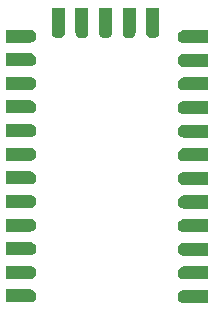
<source format=gbr>
G04 #@! TF.GenerationSoftware,KiCad,Pcbnew,(5.1.2-1)-1*
G04 #@! TF.CreationDate,2020-12-18T00:06:06+00:00*
G04 #@! TF.ProjectId,ESPV-BUG,45535056-2d42-4554-972e-6b696361645f,rev?*
G04 #@! TF.SameCoordinates,Original*
G04 #@! TF.FileFunction,Soldermask,Bot*
G04 #@! TF.FilePolarity,Negative*
%FSLAX46Y46*%
G04 Gerber Fmt 4.6, Leading zero omitted, Abs format (unit mm)*
G04 Created by KiCad (PCBNEW (5.1.2-1)-1) date 2020-12-18 00:06:06*
%MOMM*%
%LPD*%
G04 APERTURE LIST*
%ADD10C,0.100000*%
G04 APERTURE END LIST*
D10*
G36*
X179651000Y-89951000D02*
G01*
X177494298Y-89951000D01*
X177493447Y-89950302D01*
X177471836Y-89938751D01*
X177448390Y-89931638D01*
X177439278Y-89929825D01*
X177339005Y-89888291D01*
X177264173Y-89838290D01*
X177248758Y-89827990D01*
X177172010Y-89751242D01*
X177111710Y-89660996D01*
X177111709Y-89660995D01*
X177070174Y-89560721D01*
X177049000Y-89454270D01*
X177049000Y-89345730D01*
X177070174Y-89239279D01*
X177111709Y-89139005D01*
X177172009Y-89048760D01*
X177172010Y-89048758D01*
X177248758Y-88972010D01*
X177339004Y-88911710D01*
X177339005Y-88911709D01*
X177439278Y-88870175D01*
X177448390Y-88868362D01*
X177471838Y-88861248D01*
X177493449Y-88849696D01*
X177494297Y-88849000D01*
X179651000Y-88849000D01*
X179651000Y-89951000D01*
X179651000Y-89951000D01*
G37*
G36*
X164656553Y-88799698D02*
G01*
X164678164Y-88811249D01*
X164701610Y-88818362D01*
X164710722Y-88820175D01*
X164810995Y-88861709D01*
X164823665Y-88870175D01*
X164901242Y-88922010D01*
X164977990Y-88998758D01*
X164977991Y-88998760D01*
X165038291Y-89089005D01*
X165079826Y-89189279D01*
X165101000Y-89295730D01*
X165101000Y-89404270D01*
X165079826Y-89510721D01*
X165038291Y-89610995D01*
X165038290Y-89610996D01*
X164977990Y-89701242D01*
X164901242Y-89777990D01*
X164855812Y-89808345D01*
X164810995Y-89838291D01*
X164710722Y-89879825D01*
X164701610Y-89881638D01*
X164678162Y-89888752D01*
X164656551Y-89900304D01*
X164655703Y-89901000D01*
X162499000Y-89901000D01*
X162499000Y-88799000D01*
X164655702Y-88799000D01*
X164656553Y-88799698D01*
X164656553Y-88799698D01*
G37*
G36*
X179651000Y-87951000D02*
G01*
X177494298Y-87951000D01*
X177493447Y-87950302D01*
X177471836Y-87938751D01*
X177448390Y-87931638D01*
X177439278Y-87929825D01*
X177339005Y-87888291D01*
X177264173Y-87838290D01*
X177248758Y-87827990D01*
X177172010Y-87751242D01*
X177111710Y-87660996D01*
X177111709Y-87660995D01*
X177070174Y-87560721D01*
X177049000Y-87454270D01*
X177049000Y-87345730D01*
X177070174Y-87239279D01*
X177111709Y-87139005D01*
X177172009Y-87048760D01*
X177172010Y-87048758D01*
X177248758Y-86972010D01*
X177339004Y-86911710D01*
X177339005Y-86911709D01*
X177439278Y-86870175D01*
X177448390Y-86868362D01*
X177471838Y-86861248D01*
X177493449Y-86849696D01*
X177494297Y-86849000D01*
X179651000Y-86849000D01*
X179651000Y-87951000D01*
X179651000Y-87951000D01*
G37*
G36*
X164656553Y-86799698D02*
G01*
X164678164Y-86811249D01*
X164701610Y-86818362D01*
X164710722Y-86820175D01*
X164810995Y-86861709D01*
X164823665Y-86870175D01*
X164901242Y-86922010D01*
X164977990Y-86998758D01*
X164977991Y-86998760D01*
X165038291Y-87089005D01*
X165079826Y-87189279D01*
X165101000Y-87295730D01*
X165101000Y-87404270D01*
X165079826Y-87510721D01*
X165038291Y-87610995D01*
X165038290Y-87610996D01*
X164977990Y-87701242D01*
X164901242Y-87777990D01*
X164855812Y-87808345D01*
X164810995Y-87838291D01*
X164710722Y-87879825D01*
X164701610Y-87881638D01*
X164678162Y-87888752D01*
X164656551Y-87900304D01*
X164655703Y-87901000D01*
X162499000Y-87901000D01*
X162499000Y-86799000D01*
X164655702Y-86799000D01*
X164656553Y-86799698D01*
X164656553Y-86799698D01*
G37*
G36*
X179651000Y-85951000D02*
G01*
X177494298Y-85951000D01*
X177493447Y-85950302D01*
X177471836Y-85938751D01*
X177448390Y-85931638D01*
X177439278Y-85929825D01*
X177339005Y-85888291D01*
X177264173Y-85838290D01*
X177248758Y-85827990D01*
X177172010Y-85751242D01*
X177111710Y-85660996D01*
X177111709Y-85660995D01*
X177070174Y-85560721D01*
X177049000Y-85454270D01*
X177049000Y-85345730D01*
X177070174Y-85239279D01*
X177111709Y-85139005D01*
X177172009Y-85048760D01*
X177172010Y-85048758D01*
X177248758Y-84972010D01*
X177339004Y-84911710D01*
X177339005Y-84911709D01*
X177439278Y-84870175D01*
X177448390Y-84868362D01*
X177471838Y-84861248D01*
X177493449Y-84849696D01*
X177494297Y-84849000D01*
X179651000Y-84849000D01*
X179651000Y-85951000D01*
X179651000Y-85951000D01*
G37*
G36*
X164656553Y-84799698D02*
G01*
X164678164Y-84811249D01*
X164701610Y-84818362D01*
X164710722Y-84820175D01*
X164810995Y-84861709D01*
X164823665Y-84870175D01*
X164901242Y-84922010D01*
X164977990Y-84998758D01*
X164977991Y-84998760D01*
X165038291Y-85089005D01*
X165079826Y-85189279D01*
X165101000Y-85295730D01*
X165101000Y-85404270D01*
X165079826Y-85510721D01*
X165038291Y-85610995D01*
X165038290Y-85610996D01*
X164977990Y-85701242D01*
X164901242Y-85777990D01*
X164855812Y-85808345D01*
X164810995Y-85838291D01*
X164710722Y-85879825D01*
X164701610Y-85881638D01*
X164678162Y-85888752D01*
X164656551Y-85900304D01*
X164655703Y-85901000D01*
X162499000Y-85901000D01*
X162499000Y-84799000D01*
X164655702Y-84799000D01*
X164656553Y-84799698D01*
X164656553Y-84799698D01*
G37*
G36*
X179651000Y-83951000D02*
G01*
X177494298Y-83951000D01*
X177493447Y-83950302D01*
X177471836Y-83938751D01*
X177448390Y-83931638D01*
X177439278Y-83929825D01*
X177339005Y-83888291D01*
X177264173Y-83838290D01*
X177248758Y-83827990D01*
X177172010Y-83751242D01*
X177111710Y-83660996D01*
X177111709Y-83660995D01*
X177070174Y-83560721D01*
X177049000Y-83454270D01*
X177049000Y-83345730D01*
X177070174Y-83239279D01*
X177111709Y-83139005D01*
X177172009Y-83048760D01*
X177172010Y-83048758D01*
X177248758Y-82972010D01*
X177339004Y-82911710D01*
X177339005Y-82911709D01*
X177439278Y-82870175D01*
X177448390Y-82868362D01*
X177471838Y-82861248D01*
X177493449Y-82849696D01*
X177494297Y-82849000D01*
X179651000Y-82849000D01*
X179651000Y-83951000D01*
X179651000Y-83951000D01*
G37*
G36*
X164656553Y-82799698D02*
G01*
X164678164Y-82811249D01*
X164701610Y-82818362D01*
X164710722Y-82820175D01*
X164810995Y-82861709D01*
X164823665Y-82870175D01*
X164901242Y-82922010D01*
X164977990Y-82998758D01*
X164977991Y-82998760D01*
X165038291Y-83089005D01*
X165079826Y-83189279D01*
X165101000Y-83295730D01*
X165101000Y-83404270D01*
X165079826Y-83510721D01*
X165038291Y-83610995D01*
X165038290Y-83610996D01*
X164977990Y-83701242D01*
X164901242Y-83777990D01*
X164855812Y-83808345D01*
X164810995Y-83838291D01*
X164710722Y-83879825D01*
X164701610Y-83881638D01*
X164678162Y-83888752D01*
X164656551Y-83900304D01*
X164655703Y-83901000D01*
X162499000Y-83901000D01*
X162499000Y-82799000D01*
X164655702Y-82799000D01*
X164656553Y-82799698D01*
X164656553Y-82799698D01*
G37*
G36*
X179651000Y-81951000D02*
G01*
X177494298Y-81951000D01*
X177493447Y-81950302D01*
X177471836Y-81938751D01*
X177448390Y-81931638D01*
X177439278Y-81929825D01*
X177339005Y-81888291D01*
X177264173Y-81838290D01*
X177248758Y-81827990D01*
X177172010Y-81751242D01*
X177111710Y-81660996D01*
X177111709Y-81660995D01*
X177070174Y-81560721D01*
X177049000Y-81454270D01*
X177049000Y-81345730D01*
X177070174Y-81239279D01*
X177111709Y-81139005D01*
X177172009Y-81048760D01*
X177172010Y-81048758D01*
X177248758Y-80972010D01*
X177339004Y-80911710D01*
X177339005Y-80911709D01*
X177439278Y-80870175D01*
X177448390Y-80868362D01*
X177471838Y-80861248D01*
X177493449Y-80849696D01*
X177494297Y-80849000D01*
X179651000Y-80849000D01*
X179651000Y-81951000D01*
X179651000Y-81951000D01*
G37*
G36*
X164656553Y-80799698D02*
G01*
X164678164Y-80811249D01*
X164701610Y-80818362D01*
X164710722Y-80820175D01*
X164810995Y-80861709D01*
X164823665Y-80870175D01*
X164901242Y-80922010D01*
X164977990Y-80998758D01*
X164977991Y-80998760D01*
X165038291Y-81089005D01*
X165079826Y-81189279D01*
X165101000Y-81295730D01*
X165101000Y-81404270D01*
X165079826Y-81510721D01*
X165038291Y-81610995D01*
X165038290Y-81610996D01*
X164977990Y-81701242D01*
X164901242Y-81777990D01*
X164855812Y-81808345D01*
X164810995Y-81838291D01*
X164710722Y-81879825D01*
X164701610Y-81881638D01*
X164678162Y-81888752D01*
X164656551Y-81900304D01*
X164655703Y-81901000D01*
X162499000Y-81901000D01*
X162499000Y-80799000D01*
X164655702Y-80799000D01*
X164656553Y-80799698D01*
X164656553Y-80799698D01*
G37*
G36*
X179651000Y-79951000D02*
G01*
X177494298Y-79951000D01*
X177493447Y-79950302D01*
X177471836Y-79938751D01*
X177448390Y-79931638D01*
X177439278Y-79929825D01*
X177339005Y-79888291D01*
X177264173Y-79838290D01*
X177248758Y-79827990D01*
X177172010Y-79751242D01*
X177111710Y-79660996D01*
X177111709Y-79660995D01*
X177070174Y-79560721D01*
X177049000Y-79454270D01*
X177049000Y-79345730D01*
X177070174Y-79239279D01*
X177111709Y-79139005D01*
X177172009Y-79048760D01*
X177172010Y-79048758D01*
X177248758Y-78972010D01*
X177339004Y-78911710D01*
X177339005Y-78911709D01*
X177439278Y-78870175D01*
X177448390Y-78868362D01*
X177471838Y-78861248D01*
X177493449Y-78849696D01*
X177494297Y-78849000D01*
X179651000Y-78849000D01*
X179651000Y-79951000D01*
X179651000Y-79951000D01*
G37*
G36*
X164656553Y-78799698D02*
G01*
X164678164Y-78811249D01*
X164701610Y-78818362D01*
X164710722Y-78820175D01*
X164810995Y-78861709D01*
X164823665Y-78870175D01*
X164901242Y-78922010D01*
X164977990Y-78998758D01*
X164977991Y-78998760D01*
X165038291Y-79089005D01*
X165079826Y-79189279D01*
X165101000Y-79295730D01*
X165101000Y-79404270D01*
X165079826Y-79510721D01*
X165038291Y-79610995D01*
X165038290Y-79610996D01*
X164977990Y-79701242D01*
X164901242Y-79777990D01*
X164855812Y-79808345D01*
X164810995Y-79838291D01*
X164710722Y-79879825D01*
X164701610Y-79881638D01*
X164678162Y-79888752D01*
X164656551Y-79900304D01*
X164655703Y-79901000D01*
X162499000Y-79901000D01*
X162499000Y-78799000D01*
X164655702Y-78799000D01*
X164656553Y-78799698D01*
X164656553Y-78799698D01*
G37*
G36*
X179651000Y-77951000D02*
G01*
X177494298Y-77951000D01*
X177493447Y-77950302D01*
X177471836Y-77938751D01*
X177448390Y-77931638D01*
X177439278Y-77929825D01*
X177339005Y-77888291D01*
X177264173Y-77838290D01*
X177248758Y-77827990D01*
X177172010Y-77751242D01*
X177111710Y-77660996D01*
X177111709Y-77660995D01*
X177070174Y-77560721D01*
X177049000Y-77454270D01*
X177049000Y-77345730D01*
X177070174Y-77239279D01*
X177111709Y-77139005D01*
X177172009Y-77048760D01*
X177172010Y-77048758D01*
X177248758Y-76972010D01*
X177339004Y-76911710D01*
X177339005Y-76911709D01*
X177439278Y-76870175D01*
X177448390Y-76868362D01*
X177471838Y-76861248D01*
X177493449Y-76849696D01*
X177494297Y-76849000D01*
X179651000Y-76849000D01*
X179651000Y-77951000D01*
X179651000Y-77951000D01*
G37*
G36*
X164656553Y-76799698D02*
G01*
X164678164Y-76811249D01*
X164701610Y-76818362D01*
X164710722Y-76820175D01*
X164810995Y-76861709D01*
X164823665Y-76870175D01*
X164901242Y-76922010D01*
X164977990Y-76998758D01*
X164977991Y-76998760D01*
X165038291Y-77089005D01*
X165079826Y-77189279D01*
X165101000Y-77295730D01*
X165101000Y-77404270D01*
X165079826Y-77510721D01*
X165038291Y-77610995D01*
X165038290Y-77610996D01*
X164977990Y-77701242D01*
X164901242Y-77777990D01*
X164855812Y-77808345D01*
X164810995Y-77838291D01*
X164710722Y-77879825D01*
X164701610Y-77881638D01*
X164678162Y-77888752D01*
X164656551Y-77900304D01*
X164655703Y-77901000D01*
X162499000Y-77901000D01*
X162499000Y-76799000D01*
X164655702Y-76799000D01*
X164656553Y-76799698D01*
X164656553Y-76799698D01*
G37*
G36*
X179651000Y-75951000D02*
G01*
X177494298Y-75951000D01*
X177493447Y-75950302D01*
X177471836Y-75938751D01*
X177448390Y-75931638D01*
X177439278Y-75929825D01*
X177339005Y-75888291D01*
X177264173Y-75838290D01*
X177248758Y-75827990D01*
X177172010Y-75751242D01*
X177111710Y-75660996D01*
X177111709Y-75660995D01*
X177070174Y-75560721D01*
X177049000Y-75454270D01*
X177049000Y-75345730D01*
X177070174Y-75239279D01*
X177111709Y-75139005D01*
X177172009Y-75048760D01*
X177172010Y-75048758D01*
X177248758Y-74972010D01*
X177339004Y-74911710D01*
X177339005Y-74911709D01*
X177439278Y-74870175D01*
X177448390Y-74868362D01*
X177471838Y-74861248D01*
X177493449Y-74849696D01*
X177494297Y-74849000D01*
X179651000Y-74849000D01*
X179651000Y-75951000D01*
X179651000Y-75951000D01*
G37*
G36*
X164656553Y-74799698D02*
G01*
X164678164Y-74811249D01*
X164701610Y-74818362D01*
X164710722Y-74820175D01*
X164810995Y-74861709D01*
X164823665Y-74870175D01*
X164901242Y-74922010D01*
X164977990Y-74998758D01*
X164977991Y-74998760D01*
X165038291Y-75089005D01*
X165079826Y-75189279D01*
X165101000Y-75295730D01*
X165101000Y-75404270D01*
X165079826Y-75510721D01*
X165038291Y-75610995D01*
X165038290Y-75610996D01*
X164977990Y-75701242D01*
X164901242Y-75777990D01*
X164855812Y-75808345D01*
X164810995Y-75838291D01*
X164710722Y-75879825D01*
X164701610Y-75881638D01*
X164678162Y-75888752D01*
X164656551Y-75900304D01*
X164655703Y-75901000D01*
X162499000Y-75901000D01*
X162499000Y-74799000D01*
X164655702Y-74799000D01*
X164656553Y-74799698D01*
X164656553Y-74799698D01*
G37*
G36*
X179651000Y-73951000D02*
G01*
X177494298Y-73951000D01*
X177493447Y-73950302D01*
X177471836Y-73938751D01*
X177448390Y-73931638D01*
X177439278Y-73929825D01*
X177339005Y-73888291D01*
X177264173Y-73838290D01*
X177248758Y-73827990D01*
X177172010Y-73751242D01*
X177111710Y-73660996D01*
X177111709Y-73660995D01*
X177070174Y-73560721D01*
X177049000Y-73454270D01*
X177049000Y-73345730D01*
X177070174Y-73239279D01*
X177111709Y-73139005D01*
X177172009Y-73048760D01*
X177172010Y-73048758D01*
X177248758Y-72972010D01*
X177339004Y-72911710D01*
X177339005Y-72911709D01*
X177439278Y-72870175D01*
X177448390Y-72868362D01*
X177471838Y-72861248D01*
X177493449Y-72849696D01*
X177494297Y-72849000D01*
X179651000Y-72849000D01*
X179651000Y-73951000D01*
X179651000Y-73951000D01*
G37*
G36*
X164656553Y-72799698D02*
G01*
X164678164Y-72811249D01*
X164701610Y-72818362D01*
X164710722Y-72820175D01*
X164810995Y-72861709D01*
X164823665Y-72870175D01*
X164901242Y-72922010D01*
X164977990Y-72998758D01*
X164977991Y-72998760D01*
X165038291Y-73089005D01*
X165079826Y-73189279D01*
X165101000Y-73295730D01*
X165101000Y-73404270D01*
X165079826Y-73510721D01*
X165038291Y-73610995D01*
X165038290Y-73610996D01*
X164977990Y-73701242D01*
X164901242Y-73777990D01*
X164855812Y-73808345D01*
X164810995Y-73838291D01*
X164710722Y-73879825D01*
X164701610Y-73881638D01*
X164678162Y-73888752D01*
X164656551Y-73900304D01*
X164655703Y-73901000D01*
X162499000Y-73901000D01*
X162499000Y-72799000D01*
X164655702Y-72799000D01*
X164656553Y-72799698D01*
X164656553Y-72799698D01*
G37*
G36*
X179651000Y-71951000D02*
G01*
X177494298Y-71951000D01*
X177493447Y-71950302D01*
X177471836Y-71938751D01*
X177448390Y-71931638D01*
X177439278Y-71929825D01*
X177339005Y-71888291D01*
X177264173Y-71838290D01*
X177248758Y-71827990D01*
X177172010Y-71751242D01*
X177111710Y-71660996D01*
X177111709Y-71660995D01*
X177070174Y-71560721D01*
X177049000Y-71454270D01*
X177049000Y-71345730D01*
X177070174Y-71239279D01*
X177111709Y-71139005D01*
X177172009Y-71048760D01*
X177172010Y-71048758D01*
X177248758Y-70972010D01*
X177339004Y-70911710D01*
X177339005Y-70911709D01*
X177439278Y-70870175D01*
X177448390Y-70868362D01*
X177471838Y-70861248D01*
X177493449Y-70849696D01*
X177494297Y-70849000D01*
X179651000Y-70849000D01*
X179651000Y-71951000D01*
X179651000Y-71951000D01*
G37*
G36*
X164656553Y-70799698D02*
G01*
X164678164Y-70811249D01*
X164701610Y-70818362D01*
X164710722Y-70820175D01*
X164810995Y-70861709D01*
X164823665Y-70870175D01*
X164901242Y-70922010D01*
X164977990Y-70998758D01*
X164977991Y-70998760D01*
X165038291Y-71089005D01*
X165079826Y-71189279D01*
X165101000Y-71295730D01*
X165101000Y-71404270D01*
X165079826Y-71510721D01*
X165038291Y-71610995D01*
X165038290Y-71610996D01*
X164977990Y-71701242D01*
X164901242Y-71777990D01*
X164855812Y-71808345D01*
X164810995Y-71838291D01*
X164710722Y-71879825D01*
X164701610Y-71881638D01*
X164678162Y-71888752D01*
X164656551Y-71900304D01*
X164655703Y-71901000D01*
X162499000Y-71901000D01*
X162499000Y-70799000D01*
X164655702Y-70799000D01*
X164656553Y-70799698D01*
X164656553Y-70799698D01*
G37*
G36*
X179651000Y-69951000D02*
G01*
X177494298Y-69951000D01*
X177493447Y-69950302D01*
X177471836Y-69938751D01*
X177448390Y-69931638D01*
X177439278Y-69929825D01*
X177339005Y-69888291D01*
X177264173Y-69838290D01*
X177248758Y-69827990D01*
X177172010Y-69751242D01*
X177111710Y-69660996D01*
X177111709Y-69660995D01*
X177070174Y-69560721D01*
X177049000Y-69454270D01*
X177049000Y-69345730D01*
X177070174Y-69239279D01*
X177111709Y-69139005D01*
X177172009Y-69048760D01*
X177172010Y-69048758D01*
X177248758Y-68972010D01*
X177339004Y-68911710D01*
X177339005Y-68911709D01*
X177439278Y-68870175D01*
X177448390Y-68868362D01*
X177471838Y-68861248D01*
X177493449Y-68849696D01*
X177494297Y-68849000D01*
X179651000Y-68849000D01*
X179651000Y-69951000D01*
X179651000Y-69951000D01*
G37*
G36*
X164656553Y-68799698D02*
G01*
X164678164Y-68811249D01*
X164701610Y-68818362D01*
X164710722Y-68820175D01*
X164810995Y-68861709D01*
X164823665Y-68870175D01*
X164901242Y-68922010D01*
X164977990Y-68998758D01*
X164977991Y-68998760D01*
X165038291Y-69089005D01*
X165079826Y-69189279D01*
X165101000Y-69295730D01*
X165101000Y-69404270D01*
X165079826Y-69510721D01*
X165038291Y-69610995D01*
X165038290Y-69610996D01*
X164977990Y-69701242D01*
X164901242Y-69777990D01*
X164855812Y-69808345D01*
X164810995Y-69838291D01*
X164710722Y-69879825D01*
X164701610Y-69881638D01*
X164678162Y-69888752D01*
X164656551Y-69900304D01*
X164655703Y-69901000D01*
X162499000Y-69901000D01*
X162499000Y-68799000D01*
X164655702Y-68799000D01*
X164656553Y-68799698D01*
X164656553Y-68799698D01*
G37*
G36*
X179651000Y-67951000D02*
G01*
X177494298Y-67951000D01*
X177493447Y-67950302D01*
X177471836Y-67938751D01*
X177448390Y-67931638D01*
X177439278Y-67929825D01*
X177339005Y-67888291D01*
X177264173Y-67838290D01*
X177248758Y-67827990D01*
X177172010Y-67751242D01*
X177111710Y-67660996D01*
X177111709Y-67660995D01*
X177070174Y-67560721D01*
X177049000Y-67454270D01*
X177049000Y-67345730D01*
X177070174Y-67239279D01*
X177111709Y-67139005D01*
X177172009Y-67048760D01*
X177172010Y-67048758D01*
X177248758Y-66972010D01*
X177339004Y-66911710D01*
X177339005Y-66911709D01*
X177439278Y-66870175D01*
X177448390Y-66868362D01*
X177471838Y-66861248D01*
X177493449Y-66849696D01*
X177494297Y-66849000D01*
X179651000Y-66849000D01*
X179651000Y-67951000D01*
X179651000Y-67951000D01*
G37*
G36*
X164656553Y-66799698D02*
G01*
X164678164Y-66811249D01*
X164701610Y-66818362D01*
X164710722Y-66820175D01*
X164810995Y-66861709D01*
X164823665Y-66870175D01*
X164901242Y-66922010D01*
X164977990Y-66998758D01*
X164977991Y-66998760D01*
X165038291Y-67089005D01*
X165079826Y-67189279D01*
X165101000Y-67295730D01*
X165101000Y-67404270D01*
X165079826Y-67510721D01*
X165038291Y-67610995D01*
X165038290Y-67610996D01*
X164977990Y-67701242D01*
X164901242Y-67777990D01*
X164855812Y-67808345D01*
X164810995Y-67838291D01*
X164710722Y-67879825D01*
X164701610Y-67881638D01*
X164678162Y-67888752D01*
X164656551Y-67900304D01*
X164655703Y-67901000D01*
X162499000Y-67901000D01*
X162499000Y-66799000D01*
X164655702Y-66799000D01*
X164656553Y-66799698D01*
X164656553Y-66799698D01*
G37*
G36*
X167501000Y-67105702D02*
G01*
X167500302Y-67106553D01*
X167488751Y-67128164D01*
X167481638Y-67151610D01*
X167479825Y-67160722D01*
X167438291Y-67260995D01*
X167438290Y-67260996D01*
X167377990Y-67351242D01*
X167301242Y-67427990D01*
X167261912Y-67454269D01*
X167210995Y-67488291D01*
X167110721Y-67529826D01*
X167004270Y-67551000D01*
X166895730Y-67551000D01*
X166789279Y-67529826D01*
X166689005Y-67488291D01*
X166638088Y-67454269D01*
X166598758Y-67427990D01*
X166522010Y-67351242D01*
X166461710Y-67260996D01*
X166461709Y-67260995D01*
X166420175Y-67160722D01*
X166418362Y-67151610D01*
X166411248Y-67128162D01*
X166399696Y-67106551D01*
X166399000Y-67105703D01*
X166399000Y-64949000D01*
X167501000Y-64949000D01*
X167501000Y-67105702D01*
X167501000Y-67105702D01*
G37*
G36*
X169501000Y-67105702D02*
G01*
X169500302Y-67106553D01*
X169488751Y-67128164D01*
X169481638Y-67151610D01*
X169479825Y-67160722D01*
X169438291Y-67260995D01*
X169438290Y-67260996D01*
X169377990Y-67351242D01*
X169301242Y-67427990D01*
X169261912Y-67454269D01*
X169210995Y-67488291D01*
X169110721Y-67529826D01*
X169004270Y-67551000D01*
X168895730Y-67551000D01*
X168789279Y-67529826D01*
X168689005Y-67488291D01*
X168638088Y-67454269D01*
X168598758Y-67427990D01*
X168522010Y-67351242D01*
X168461710Y-67260996D01*
X168461709Y-67260995D01*
X168420175Y-67160722D01*
X168418362Y-67151610D01*
X168411248Y-67128162D01*
X168399696Y-67106551D01*
X168399000Y-67105703D01*
X168399000Y-64949000D01*
X169501000Y-64949000D01*
X169501000Y-67105702D01*
X169501000Y-67105702D01*
G37*
G36*
X171501000Y-67105702D02*
G01*
X171500302Y-67106553D01*
X171488751Y-67128164D01*
X171481638Y-67151610D01*
X171479825Y-67160722D01*
X171438291Y-67260995D01*
X171438290Y-67260996D01*
X171377990Y-67351242D01*
X171301242Y-67427990D01*
X171261912Y-67454269D01*
X171210995Y-67488291D01*
X171110721Y-67529826D01*
X171004270Y-67551000D01*
X170895730Y-67551000D01*
X170789279Y-67529826D01*
X170689005Y-67488291D01*
X170638088Y-67454269D01*
X170598758Y-67427990D01*
X170522010Y-67351242D01*
X170461710Y-67260996D01*
X170461709Y-67260995D01*
X170420175Y-67160722D01*
X170418362Y-67151610D01*
X170411248Y-67128162D01*
X170399696Y-67106551D01*
X170399000Y-67105703D01*
X170399000Y-64949000D01*
X171501000Y-64949000D01*
X171501000Y-67105702D01*
X171501000Y-67105702D01*
G37*
G36*
X173501000Y-67105702D02*
G01*
X173500302Y-67106553D01*
X173488751Y-67128164D01*
X173481638Y-67151610D01*
X173479825Y-67160722D01*
X173438291Y-67260995D01*
X173438290Y-67260996D01*
X173377990Y-67351242D01*
X173301242Y-67427990D01*
X173261912Y-67454269D01*
X173210995Y-67488291D01*
X173110721Y-67529826D01*
X173004270Y-67551000D01*
X172895730Y-67551000D01*
X172789279Y-67529826D01*
X172689005Y-67488291D01*
X172638088Y-67454269D01*
X172598758Y-67427990D01*
X172522010Y-67351242D01*
X172461710Y-67260996D01*
X172461709Y-67260995D01*
X172420175Y-67160722D01*
X172418362Y-67151610D01*
X172411248Y-67128162D01*
X172399696Y-67106551D01*
X172399000Y-67105703D01*
X172399000Y-64949000D01*
X173501000Y-64949000D01*
X173501000Y-67105702D01*
X173501000Y-67105702D01*
G37*
G36*
X175501000Y-67105702D02*
G01*
X175500302Y-67106553D01*
X175488751Y-67128164D01*
X175481638Y-67151610D01*
X175479825Y-67160722D01*
X175438291Y-67260995D01*
X175438290Y-67260996D01*
X175377990Y-67351242D01*
X175301242Y-67427990D01*
X175261912Y-67454269D01*
X175210995Y-67488291D01*
X175110721Y-67529826D01*
X175004270Y-67551000D01*
X174895730Y-67551000D01*
X174789279Y-67529826D01*
X174689005Y-67488291D01*
X174638088Y-67454269D01*
X174598758Y-67427990D01*
X174522010Y-67351242D01*
X174461710Y-67260996D01*
X174461709Y-67260995D01*
X174420175Y-67160722D01*
X174418362Y-67151610D01*
X174411248Y-67128162D01*
X174399696Y-67106551D01*
X174399000Y-67105703D01*
X174399000Y-64949000D01*
X175501000Y-64949000D01*
X175501000Y-67105702D01*
X175501000Y-67105702D01*
G37*
M02*

</source>
